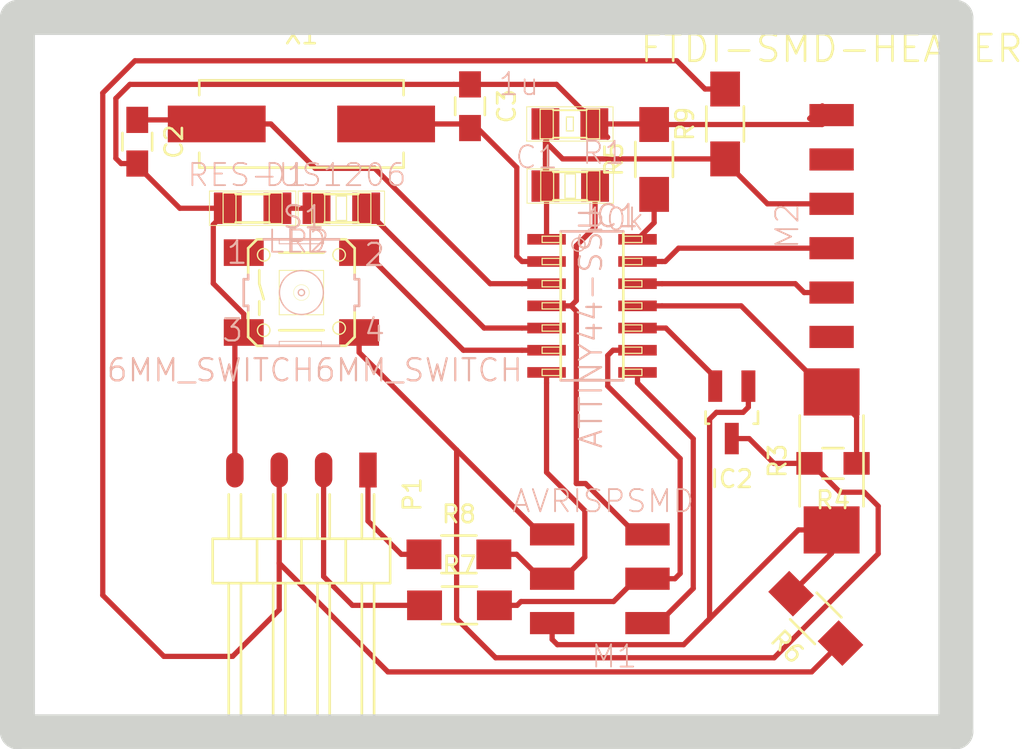
<source format=kicad_pcb>
(kicad_pcb (version 4) (host pcbnew 4.0.0-rc1-stable)

  (general
    (links 48)
    (no_connects 7)
    (area 135.905999 105.933211 194.998286 148.828001)
    (thickness 1.6)
    (drawings 4)
    (tracks 169)
    (zones 0)
    (modules 20)
    (nets 18)
  )

  (page A4)
  (layers
    (0 F.Cu signal)
    (31 B.Cu signal)
    (32 B.Adhes user)
    (33 F.Adhes user)
    (34 B.Paste user)
    (35 F.Paste user)
    (36 B.SilkS user)
    (37 F.SilkS user)
    (38 B.Mask user)
    (39 F.Mask user)
    (40 Dwgs.User user)
    (41 Cmts.User user)
    (42 Eco1.User user)
    (43 Eco2.User user)
    (44 Edge.Cuts user)
    (45 Margin user)
    (46 B.CrtYd user)
    (47 F.CrtYd user)
    (48 B.Fab user)
    (49 F.Fab user)
  )

  (setup
    (last_trace_width 0.3)
    (trace_clearance 0.45)
    (zone_clearance 0.508)
    (zone_45_only no)
    (trace_min 0.3)
    (segment_width 0.2)
    (edge_width 2)
    (via_size 0.6)
    (via_drill 0.4)
    (via_min_size 0.4)
    (via_min_drill 0.3)
    (uvia_size 0.3)
    (uvia_drill 0.1)
    (uvias_allowed no)
    (uvia_min_size 0.2)
    (uvia_min_drill 0.1)
    (pcb_text_width 0.3)
    (pcb_text_size 1.5 1.5)
    (mod_edge_width 0.15)
    (mod_text_size 1 1)
    (mod_text_width 0.15)
    (pad_size 2.54 1.27)
    (pad_drill 0)
    (pad_to_mask_clearance 0.2)
    (aux_axis_origin 0 0)
    (visible_elements 7FFFEFFF)
    (pcbplotparams
      (layerselection 0x00030_80000001)
      (usegerberextensions false)
      (excludeedgelayer true)
      (linewidth 0.100000)
      (plotframeref false)
      (viasonmask false)
      (mode 1)
      (useauxorigin false)
      (hpglpennumber 1)
      (hpglpenspeed 20)
      (hpglpendiameter 15)
      (hpglpenoverlay 2)
      (psnegative false)
      (psa4output false)
      (plotreference true)
      (plotvalue true)
      (plotinvisibletext false)
      (padsonsilk false)
      (subtractmaskfromsilk false)
      (outputformat 1)
      (mirror false)
      (drillshape 1)
      (scaleselection 1)
      (outputdirectory ""))
  )

  (net 0 "")
  (net 1 GND)
  (net 2 VCC)
  (net 3 "Net-(D1-Pad2)")
  (net 4 LED1_out)
  (net 5 BTN1)
  (net 6 MOSI)
  (net 7 MISO)
  (net 8 SCK)
  (net 9 "Net-(IC1-Pad12)")
  (net 10 "Net-(IC1-Pad13)")
  (net 11 "Net-(C2-Pad1)")
  (net 12 "Net-(C3-Pad2)")
  (net 13 Light)
  (net 14 RST)
  (net 15 HALL)
  (net 16 "Net-(M2-Pad2)")
  (net 17 "Net-(M2-Pad6)")

  (net_class Default "This is the default net class."
    (clearance 0.45)
    (trace_width 0.3)
    (via_dia 0.6)
    (via_drill 0.4)
    (uvia_dia 0.3)
    (uvia_drill 0.1)
    (add_net BTN1)
    (add_net GND)
    (add_net HALL)
    (add_net LED1_out)
    (add_net Light)
    (add_net MISO)
    (add_net MOSI)
    (add_net "Net-(C2-Pad1)")
    (add_net "Net-(C3-Pad2)")
    (add_net "Net-(D1-Pad2)")
    (add_net "Net-(IC1-Pad12)")
    (add_net "Net-(IC1-Pad13)")
    (add_net "Net-(M2-Pad2)")
    (add_net "Net-(M2-Pad6)")
    (add_net RST)
    (add_net SCK)
    (add_net VCC)
  )

  (module fab:fab-SOIC14 (layer F.Cu) (tedit 200000) (tstamp 5715EC03)
    (at 169.799 123.444 270)
    (descr "SMALL OUTLINE PACKAGE")
    (tags "SMALL OUTLINE PACKAGE")
    (path /5710A2AD)
    (attr smd)
    (fp_text reference IC1 (at -5.1435 -1.143 360) (layer B.SilkS)
      (effects (font (size 1.27 1.27) (thickness 0.127)))
    )
    (fp_text value ATTINY44-SSU (at 1.27 0.0635 270) (layer B.SilkS)
      (effects (font (size 1.27 1.27) (thickness 0.127)))
    )
    (fp_line (start -3.9878 -1.8415) (end -3.62966 -1.8415) (layer F.SilkS) (width 0.06604))
    (fp_line (start -3.62966 -1.8415) (end -3.62966 -2.8575) (layer F.SilkS) (width 0.06604))
    (fp_line (start -3.9878 -2.8575) (end -3.62966 -2.8575) (layer F.SilkS) (width 0.06604))
    (fp_line (start -3.9878 -1.8415) (end -3.9878 -2.8575) (layer F.SilkS) (width 0.06604))
    (fp_line (start -2.7178 -1.8415) (end -2.3622 -1.8415) (layer F.SilkS) (width 0.06604))
    (fp_line (start -2.3622 -1.8415) (end -2.3622 -2.8575) (layer F.SilkS) (width 0.06604))
    (fp_line (start -2.7178 -2.8575) (end -2.3622 -2.8575) (layer F.SilkS) (width 0.06604))
    (fp_line (start -2.7178 -1.8415) (end -2.7178 -2.8575) (layer F.SilkS) (width 0.06604))
    (fp_line (start -1.4478 -1.8415) (end -1.08966 -1.8415) (layer F.SilkS) (width 0.06604))
    (fp_line (start -1.08966 -1.8415) (end -1.08966 -2.8575) (layer F.SilkS) (width 0.06604))
    (fp_line (start -1.4478 -2.8575) (end -1.08966 -2.8575) (layer F.SilkS) (width 0.06604))
    (fp_line (start -1.4478 -1.8415) (end -1.4478 -2.8575) (layer F.SilkS) (width 0.06604))
    (fp_line (start -0.1778 -1.8415) (end 0.1778 -1.8415) (layer F.SilkS) (width 0.06604))
    (fp_line (start 0.1778 -1.8415) (end 0.1778 -2.8575) (layer F.SilkS) (width 0.06604))
    (fp_line (start -0.1778 -2.8575) (end 0.1778 -2.8575) (layer F.SilkS) (width 0.06604))
    (fp_line (start -0.1778 -1.8415) (end -0.1778 -2.8575) (layer F.SilkS) (width 0.06604))
    (fp_line (start 1.08966 -1.8415) (end 1.4478 -1.8415) (layer F.SilkS) (width 0.06604))
    (fp_line (start 1.4478 -1.8415) (end 1.4478 -2.8575) (layer F.SilkS) (width 0.06604))
    (fp_line (start 1.08966 -2.8575) (end 1.4478 -2.8575) (layer F.SilkS) (width 0.06604))
    (fp_line (start 1.08966 -1.8415) (end 1.08966 -2.8575) (layer F.SilkS) (width 0.06604))
    (fp_line (start 2.3622 -1.8415) (end 2.7178 -1.8415) (layer F.SilkS) (width 0.06604))
    (fp_line (start 2.7178 -1.8415) (end 2.7178 -2.8575) (layer F.SilkS) (width 0.06604))
    (fp_line (start 2.3622 -2.8575) (end 2.7178 -2.8575) (layer F.SilkS) (width 0.06604))
    (fp_line (start 2.3622 -1.8415) (end 2.3622 -2.8575) (layer F.SilkS) (width 0.06604))
    (fp_line (start 3.62966 -1.8415) (end 3.9878 -1.8415) (layer F.SilkS) (width 0.06604))
    (fp_line (start 3.9878 -1.8415) (end 3.9878 -2.8575) (layer F.SilkS) (width 0.06604))
    (fp_line (start 3.62966 -2.8575) (end 3.9878 -2.8575) (layer F.SilkS) (width 0.06604))
    (fp_line (start 3.62966 -1.8415) (end 3.62966 -2.8575) (layer F.SilkS) (width 0.06604))
    (fp_line (start 3.62966 2.8575) (end 3.9878 2.8575) (layer F.SilkS) (width 0.06604))
    (fp_line (start 3.9878 2.8575) (end 3.9878 1.8415) (layer F.SilkS) (width 0.06604))
    (fp_line (start 3.62966 1.8415) (end 3.9878 1.8415) (layer F.SilkS) (width 0.06604))
    (fp_line (start 3.62966 2.8575) (end 3.62966 1.8415) (layer F.SilkS) (width 0.06604))
    (fp_line (start 2.3622 2.8575) (end 2.7178 2.8575) (layer F.SilkS) (width 0.06604))
    (fp_line (start 2.7178 2.8575) (end 2.7178 1.8415) (layer F.SilkS) (width 0.06604))
    (fp_line (start 2.3622 1.8415) (end 2.7178 1.8415) (layer F.SilkS) (width 0.06604))
    (fp_line (start 2.3622 2.8575) (end 2.3622 1.8415) (layer F.SilkS) (width 0.06604))
    (fp_line (start 1.08966 2.8575) (end 1.4478 2.8575) (layer F.SilkS) (width 0.06604))
    (fp_line (start 1.4478 2.8575) (end 1.4478 1.8415) (layer F.SilkS) (width 0.06604))
    (fp_line (start 1.08966 1.8415) (end 1.4478 1.8415) (layer F.SilkS) (width 0.06604))
    (fp_line (start 1.08966 2.8575) (end 1.08966 1.8415) (layer F.SilkS) (width 0.06604))
    (fp_line (start -0.1778 2.8575) (end 0.1778 2.8575) (layer F.SilkS) (width 0.06604))
    (fp_line (start 0.1778 2.8575) (end 0.1778 1.8415) (layer F.SilkS) (width 0.06604))
    (fp_line (start -0.1778 1.8415) (end 0.1778 1.8415) (layer F.SilkS) (width 0.06604))
    (fp_line (start -0.1778 2.8575) (end -0.1778 1.8415) (layer F.SilkS) (width 0.06604))
    (fp_line (start -1.4478 2.8575) (end -1.08966 2.8575) (layer F.SilkS) (width 0.06604))
    (fp_line (start -1.08966 2.8575) (end -1.08966 1.8415) (layer F.SilkS) (width 0.06604))
    (fp_line (start -1.4478 1.8415) (end -1.08966 1.8415) (layer F.SilkS) (width 0.06604))
    (fp_line (start -1.4478 2.8575) (end -1.4478 1.8415) (layer F.SilkS) (width 0.06604))
    (fp_line (start -2.7178 2.8575) (end -2.3622 2.8575) (layer F.SilkS) (width 0.06604))
    (fp_line (start -2.3622 2.8575) (end -2.3622 1.8415) (layer F.SilkS) (width 0.06604))
    (fp_line (start -2.7178 1.8415) (end -2.3622 1.8415) (layer F.SilkS) (width 0.06604))
    (fp_line (start -2.7178 2.8575) (end -2.7178 1.8415) (layer F.SilkS) (width 0.06604))
    (fp_line (start -3.9878 2.8575) (end -3.62966 2.8575) (layer F.SilkS) (width 0.06604))
    (fp_line (start -3.62966 2.8575) (end -3.62966 1.8415) (layer F.SilkS) (width 0.06604))
    (fp_line (start -3.9878 1.8415) (end -3.62966 1.8415) (layer F.SilkS) (width 0.06604))
    (fp_line (start -3.9878 2.8575) (end -3.9878 1.8415) (layer F.SilkS) (width 0.06604))
    (fp_line (start -4.26466 1.7907) (end 4.26466 1.7907) (layer F.SilkS) (width 0.1524))
    (fp_line (start 4.26466 1.7907) (end 4.26466 -1.7907) (layer B.SilkS) (width 0.1524))
    (fp_line (start 4.26466 -1.7907) (end -4.26466 -1.7907) (layer F.SilkS) (width 0.1524))
    (fp_line (start -4.26466 -1.7907) (end -4.26466 1.7907) (layer B.SilkS) (width 0.1524))
    (fp_circle (center -3.5052 0.7747) (end -3.7719 1.0414) (layer B.SilkS) (width 0.0762))
    (pad 1 smd rect (at -3.81 2.6035 270) (size 0.6096 2.20726) (layers F.Cu F.Paste F.Mask)
      (net 2 VCC))
    (pad 2 smd rect (at -2.54 2.6035 270) (size 0.6096 2.20726) (layers F.Cu F.Paste F.Mask)
      (net 12 "Net-(C3-Pad2)"))
    (pad 3 smd rect (at -1.27 2.6035 270) (size 0.6096 2.20726) (layers F.Cu F.Paste F.Mask)
      (net 11 "Net-(C2-Pad1)"))
    (pad 4 smd rect (at 0 2.6035 270) (size 0.6096 2.20726) (layers F.Cu F.Paste F.Mask)
      (net 14 RST))
    (pad 5 smd rect (at 1.27 2.6035 270) (size 0.6096 2.20726) (layers F.Cu F.Paste F.Mask)
      (net 4 LED1_out))
    (pad 6 smd rect (at 2.54 2.6035 270) (size 0.6096 2.20726) (layers F.Cu F.Paste F.Mask)
      (net 5 BTN1))
    (pad 7 smd rect (at 3.81 2.6035 270) (size 0.6096 2.20726) (layers F.Cu F.Paste F.Mask)
      (net 6 MOSI))
    (pad 8 smd rect (at 3.81 -2.6035 270) (size 0.6096 2.20726) (layers F.Cu F.Paste F.Mask)
      (net 7 MISO))
    (pad 9 smd rect (at 2.54 -2.6035 270) (size 0.6096 2.20726) (layers F.Cu F.Paste F.Mask)
      (net 8 SCK))
    (pad 10 smd rect (at 1.27 -2.6035 270) (size 0.6096 2.20726) (layers F.Cu F.Paste F.Mask)
      (net 15 HALL))
    (pad 11 smd rect (at 0 -2.6035 270) (size 0.6096 2.20726) (layers F.Cu F.Paste F.Mask)
      (net 13 Light))
    (pad 12 smd rect (at -1.27 -2.6035 270) (size 0.6096 2.20726) (layers F.Cu F.Paste F.Mask)
      (net 9 "Net-(IC1-Pad12)"))
    (pad 13 smd rect (at -2.54 -2.6035 270) (size 0.6096 2.20726) (layers F.Cu F.Paste F.Mask)
      (net 10 "Net-(IC1-Pad13)"))
    (pad 14 smd rect (at -3.81 -2.6035 270) (size 0.6096 2.20726) (layers F.Cu F.Paste F.Mask)
      (net 1 GND))
  )

  (module fab:fab-2X03SMD (layer F.Cu) (tedit 200000) (tstamp 5715EC0D)
    (at 170.434 139.065 180)
    (path /5710A2AE)
    (attr smd)
    (fp_text reference M1 (at -0.635 -4.445 180) (layer B.SilkS)
      (effects (font (size 1.27 1.27) (thickness 0.1016)))
    )
    (fp_text value AVRISPSMD (at 0 4.445 180) (layer B.SilkS)
      (effects (font (size 1.27 1.27) (thickness 0.1016)))
    )
    (pad 1 smd rect (at -2.54 -2.54 180) (size 2.54 1.27) (layers F.Cu F.Paste F.Mask)
      (net 7 MISO))
    (pad 2 smd rect (at 2.91846 -2.54 180) (size 2.54 1.27) (layers F.Cu F.Paste F.Mask)
      (net 2 VCC))
    (pad 3 smd rect (at -2.54 0 180) (size 2.54 1.27) (layers F.Cu F.Paste F.Mask)
      (net 8 SCK))
    (pad 4 smd rect (at 2.91846 0 180) (size 2.54 1.27) (layers F.Cu F.Paste F.Mask)
      (net 6 MOSI))
    (pad 5 smd rect (at -2.54 2.54 180) (size 2.54 1.27) (layers F.Cu F.Paste F.Mask)
      (net 14 RST))
    (pad 6 smd rect (at 2.91846 2.54 180) (size 2.54 1.27) (layers F.Cu F.Paste F.Mask)
      (net 1 GND))
  )

  (module fab:fab-C1206 (layer F.Cu) (tedit 200000) (tstamp 5715EBA0)
    (at 168.53154 113.03 180)
    (descr CAPACITOR)
    (tags CAPACITOR)
    (path /5710A2B0)
    (attr smd)
    (fp_text reference C1 (at 1.905 -1.905 180) (layer B.SilkS)
      (effects (font (size 1.27 1.27) (thickness 0.1016)))
    )
    (fp_text value 1u (at 2.92354 2.286 180) (layer B.SilkS)
      (effects (font (size 1.27 1.27) (thickness 0.1016)))
    )
    (fp_line (start -1.7018 0.8509) (end -0.94996 0.8509) (layer F.SilkS) (width 0.06604))
    (fp_line (start -0.94996 0.8509) (end -0.94996 -0.84836) (layer F.SilkS) (width 0.06604))
    (fp_line (start -1.7018 -0.84836) (end -0.94996 -0.84836) (layer F.SilkS) (width 0.06604))
    (fp_line (start -1.7018 0.8509) (end -1.7018 -0.84836) (layer F.SilkS) (width 0.06604))
    (fp_line (start 0.94996 0.84836) (end 1.7018 0.84836) (layer F.SilkS) (width 0.06604))
    (fp_line (start 1.7018 0.84836) (end 1.7018 -0.8509) (layer F.SilkS) (width 0.06604))
    (fp_line (start 0.94996 -0.8509) (end 1.7018 -0.8509) (layer F.SilkS) (width 0.06604))
    (fp_line (start 0.94996 0.84836) (end 0.94996 -0.8509) (layer F.SilkS) (width 0.06604))
    (fp_line (start -0.19812 0.39878) (end 0.19812 0.39878) (layer F.SilkS) (width 0.06604))
    (fp_line (start 0.19812 0.39878) (end 0.19812 -0.39878) (layer F.SilkS) (width 0.06604))
    (fp_line (start -0.19812 -0.39878) (end 0.19812 -0.39878) (layer F.SilkS) (width 0.06604))
    (fp_line (start -0.19812 0.39878) (end -0.19812 -0.39878) (layer F.SilkS) (width 0.06604))
    (fp_line (start -2.47142 -0.98298) (end 2.47142 -0.98298) (layer F.SilkS) (width 0.0508))
    (fp_line (start 2.47142 0.98298) (end -2.47142 0.98298) (layer F.SilkS) (width 0.0508))
    (fp_line (start -2.47142 0.98298) (end -2.47142 -0.98298) (layer F.SilkS) (width 0.0508))
    (fp_line (start 2.47142 -0.98298) (end 2.47142 0.98298) (layer F.SilkS) (width 0.0508))
    (fp_line (start -0.96266 -0.78486) (end 0.96266 -0.78486) (layer F.SilkS) (width 0.1016))
    (fp_line (start -0.96266 0.78486) (end 0.96266 0.78486) (layer F.SilkS) (width 0.1016))
    (pad 1 smd rect (at -1.39954 0 180) (size 1.59766 1.79832) (layers F.Cu F.Paste F.Mask)
      (net 1 GND))
    (pad 2 smd rect (at 1.39954 0 180) (size 1.59766 1.79832) (layers F.Cu F.Paste F.Mask)
      (net 2 VCC))
  )

  (module fab:fab-LED1206 (layer F.Cu) (tedit 200000) (tstamp 5715EBB4)
    (at 150.368 117.856)
    (descr "LED 1206 PADS (STANDARD PATTERN)")
    (tags "LED 1206 PADS (STANDARD PATTERN)")
    (path /5710A2B3)
    (attr smd)
    (fp_text reference D1 (at 1.905 -1.905) (layer B.SilkS)
      (effects (font (size 1.27 1.27) (thickness 0.1016)))
    )
    (fp_text value LED (at 2.54 1.905) (layer B.SilkS)
      (effects (font (size 1.27 1.27) (thickness 0.1016)))
    )
    (fp_line (start -1.6891 0.8763) (end -0.9525 0.8763) (layer F.SilkS) (width 0.06604))
    (fp_line (start -0.9525 0.8763) (end -0.9525 -0.8763) (layer F.SilkS) (width 0.06604))
    (fp_line (start -1.6891 -0.8763) (end -0.9525 -0.8763) (layer F.SilkS) (width 0.06604))
    (fp_line (start -1.6891 0.8763) (end -1.6891 -0.8763) (layer F.SilkS) (width 0.06604))
    (fp_line (start 0.9525 0.8763) (end 1.6891 0.8763) (layer F.SilkS) (width 0.06604))
    (fp_line (start 1.6891 0.8763) (end 1.6891 -0.8763) (layer F.SilkS) (width 0.06604))
    (fp_line (start 0.9525 -0.8763) (end 1.6891 -0.8763) (layer F.SilkS) (width 0.06604))
    (fp_line (start 0.9525 0.8763) (end 0.9525 -0.8763) (layer F.SilkS) (width 0.06604))
    (fp_line (start 0.9525 0.8128) (end -0.9652 0.8128) (layer F.SilkS) (width 0.1524))
    (fp_line (start 0.9525 -0.8128) (end -0.9652 -0.8128) (layer F.SilkS) (width 0.1524))
    (fp_line (start -2.47142 -0.98298) (end 2.47142 -0.98298) (layer F.SilkS) (width 0.0508))
    (fp_line (start 2.47142 -0.98298) (end 2.47142 0.98298) (layer F.SilkS) (width 0.0508))
    (fp_line (start 2.47142 0.98298) (end -2.47142 0.98298) (layer F.SilkS) (width 0.0508))
    (fp_line (start -2.47142 0.98298) (end -2.47142 -0.98298) (layer F.SilkS) (width 0.0508))
    (pad 1 smd rect (at -1.41986 0) (size 1.59766 1.80086) (layers F.Cu F.Paste F.Mask)
      (net 1 GND))
    (pad 2 smd rect (at 1.41986 0) (size 1.59766 1.80086) (layers F.Cu F.Paste F.Mask)
      (net 3 "Net-(D1-Pad2)"))
  )

  (module fab:fab-R1206 (layer F.Cu) (tedit 200000) (tstamp 5715EC36)
    (at 168.55186 116.586)
    (descr RESISTOR)
    (tags RESISTOR)
    (path /5710A2B1)
    (attr smd)
    (fp_text reference R1 (at 1.905 -1.905) (layer B.SilkS)
      (effects (font (size 1.27 1.27) (thickness 0.1016)))
    )
    (fp_text value 10k (at 2.54 1.905) (layer B.SilkS)
      (effects (font (size 1.27 1.27) (thickness 0.1016)))
    )
    (fp_line (start -1.6891 0.8763) (end -0.9525 0.8763) (layer F.SilkS) (width 0.06604))
    (fp_line (start -0.9525 0.8763) (end -0.9525 -0.8763) (layer F.SilkS) (width 0.06604))
    (fp_line (start -1.6891 -0.8763) (end -0.9525 -0.8763) (layer F.SilkS) (width 0.06604))
    (fp_line (start -1.6891 0.8763) (end -1.6891 -0.8763) (layer F.SilkS) (width 0.06604))
    (fp_line (start 0.9525 0.8763) (end 1.6891 0.8763) (layer F.SilkS) (width 0.06604))
    (fp_line (start 1.6891 0.8763) (end 1.6891 -0.8763) (layer F.SilkS) (width 0.06604))
    (fp_line (start 0.9525 -0.8763) (end 1.6891 -0.8763) (layer F.SilkS) (width 0.06604))
    (fp_line (start 0.9525 0.8763) (end 0.9525 -0.8763) (layer F.SilkS) (width 0.06604))
    (fp_line (start -0.29972 0.6985) (end 0.29972 0.6985) (layer F.SilkS) (width 0.06604))
    (fp_line (start 0.29972 0.6985) (end 0.29972 -0.6985) (layer F.SilkS) (width 0.06604))
    (fp_line (start -0.29972 -0.6985) (end 0.29972 -0.6985) (layer F.SilkS) (width 0.06604))
    (fp_line (start -0.29972 0.6985) (end -0.29972 -0.6985) (layer F.SilkS) (width 0.06604))
    (fp_line (start 0.9525 0.8128) (end -0.9652 0.8128) (layer F.SilkS) (width 0.1524))
    (fp_line (start 0.9525 -0.8128) (end -0.9652 -0.8128) (layer F.SilkS) (width 0.1524))
    (fp_line (start -2.47142 -0.98298) (end 2.47142 -0.98298) (layer F.SilkS) (width 0.0508))
    (fp_line (start 2.47142 -0.98298) (end 2.47142 0.98298) (layer F.SilkS) (width 0.0508))
    (fp_line (start 2.47142 0.98298) (end -2.47142 0.98298) (layer F.SilkS) (width 0.0508))
    (fp_line (start -2.47142 0.98298) (end -2.47142 -0.98298) (layer F.SilkS) (width 0.0508))
    (pad 1 smd rect (at -1.41986 0) (size 1.59766 1.80086) (layers F.Cu F.Paste F.Mask)
      (net 2 VCC))
    (pad 2 smd rect (at 1.41986 0) (size 1.59766 1.80086) (layers F.Cu F.Paste F.Mask)
      (net 14 RST))
  )

  (module fab:fab-R1206 (layer F.Cu) (tedit 200000) (tstamp 5715EC4E)
    (at 155.448 117.856 180)
    (descr RESISTOR)
    (tags RESISTOR)
    (path /5710A2B4)
    (attr smd)
    (fp_text reference R2 (at 1.905 -1.905 180) (layer B.SilkS)
      (effects (font (size 1.27 1.27) (thickness 0.1016)))
    )
    (fp_text value RES-US1206 (at 2.54 1.905 180) (layer B.SilkS)
      (effects (font (size 1.27 1.27) (thickness 0.1016)))
    )
    (fp_line (start -1.6891 0.8763) (end -0.9525 0.8763) (layer F.SilkS) (width 0.06604))
    (fp_line (start -0.9525 0.8763) (end -0.9525 -0.8763) (layer F.SilkS) (width 0.06604))
    (fp_line (start -1.6891 -0.8763) (end -0.9525 -0.8763) (layer F.SilkS) (width 0.06604))
    (fp_line (start -1.6891 0.8763) (end -1.6891 -0.8763) (layer F.SilkS) (width 0.06604))
    (fp_line (start 0.9525 0.8763) (end 1.6891 0.8763) (layer F.SilkS) (width 0.06604))
    (fp_line (start 1.6891 0.8763) (end 1.6891 -0.8763) (layer F.SilkS) (width 0.06604))
    (fp_line (start 0.9525 -0.8763) (end 1.6891 -0.8763) (layer F.SilkS) (width 0.06604))
    (fp_line (start 0.9525 0.8763) (end 0.9525 -0.8763) (layer F.SilkS) (width 0.06604))
    (fp_line (start -0.29972 0.6985) (end 0.29972 0.6985) (layer F.SilkS) (width 0.06604))
    (fp_line (start 0.29972 0.6985) (end 0.29972 -0.6985) (layer F.SilkS) (width 0.06604))
    (fp_line (start -0.29972 -0.6985) (end 0.29972 -0.6985) (layer F.SilkS) (width 0.06604))
    (fp_line (start -0.29972 0.6985) (end -0.29972 -0.6985) (layer F.SilkS) (width 0.06604))
    (fp_line (start 0.9525 0.8128) (end -0.9652 0.8128) (layer F.SilkS) (width 0.1524))
    (fp_line (start 0.9525 -0.8128) (end -0.9652 -0.8128) (layer F.SilkS) (width 0.1524))
    (fp_line (start -2.47142 -0.98298) (end 2.47142 -0.98298) (layer F.SilkS) (width 0.0508))
    (fp_line (start 2.47142 -0.98298) (end 2.47142 0.98298) (layer F.SilkS) (width 0.0508))
    (fp_line (start 2.47142 0.98298) (end -2.47142 0.98298) (layer F.SilkS) (width 0.0508))
    (fp_line (start -2.47142 0.98298) (end -2.47142 -0.98298) (layer F.SilkS) (width 0.0508))
    (pad 1 smd rect (at -1.41986 0 180) (size 1.59766 1.80086) (layers F.Cu F.Paste F.Mask)
      (net 4 LED1_out))
    (pad 2 smd rect (at 1.41986 0 180) (size 1.59766 1.80086) (layers F.Cu F.Paste F.Mask)
      (net 3 "Net-(D1-Pad2)"))
  )

  (module fab:fab-6MM_SWITCH (layer F.Cu) (tedit 200000) (tstamp 5715EC8C)
    (at 153.162 122.682)
    (descr "OMRON SWITCH")
    (tags "OMRON SWITCH")
    (path /5710A2B5)
    (attr smd)
    (fp_text reference S1 (at 0.127 -4.318) (layer B.SilkS)
      (effects (font (size 1.27 1.27) (thickness 0.127)))
    )
    (fp_text value 6MM_SWITCH6MM_SWITCH (at 0.762 4.445) (layer B.SilkS)
      (effects (font (size 1.27 1.27) (thickness 0.127)))
    )
    (fp_line (start 3.302 0.762) (end 3.048 0.762) (layer B.SilkS) (width 0.1524))
    (fp_line (start 3.302 0.762) (end 3.302 -0.762) (layer B.SilkS) (width 0.1524))
    (fp_line (start 3.048 -0.762) (end 3.302 -0.762) (layer B.SilkS) (width 0.1524))
    (fp_line (start 3.048 -1.016) (end 3.048 -2.54) (layer F.SilkS) (width 0.1524))
    (fp_line (start -3.302 -0.762) (end -3.048 -0.762) (layer B.SilkS) (width 0.1524))
    (fp_line (start -3.302 -0.762) (end -3.302 0.762) (layer B.SilkS) (width 0.1524))
    (fp_line (start -3.048 0.762) (end -3.302 0.762) (layer B.SilkS) (width 0.1524))
    (fp_line (start 3.048 -2.54) (end 2.54 -3.048) (layer F.SilkS) (width 0.1524))
    (fp_line (start 2.54 3.048) (end 3.048 2.54) (layer F.SilkS) (width 0.1524))
    (fp_line (start 3.048 2.54) (end 3.048 1.016) (layer F.SilkS) (width 0.1524))
    (fp_line (start -2.54 -3.048) (end -3.048 -2.54) (layer F.SilkS) (width 0.1524))
    (fp_line (start -3.048 -2.54) (end -3.048 -1.016) (layer F.SilkS) (width 0.1524))
    (fp_line (start -2.54 3.048) (end -3.048 2.54) (layer F.SilkS) (width 0.1524))
    (fp_line (start -3.048 2.54) (end -3.048 1.016) (layer F.SilkS) (width 0.1524))
    (fp_line (start -1.27 -1.27) (end -1.27 1.27) (layer F.SilkS) (width 0.0508))
    (fp_line (start 1.27 1.27) (end -1.27 1.27) (layer F.SilkS) (width 0.0508))
    (fp_line (start 1.27 1.27) (end 1.27 -1.27) (layer F.SilkS) (width 0.0508))
    (fp_line (start -1.27 -1.27) (end 1.27 -1.27) (layer F.SilkS) (width 0.0508))
    (fp_line (start -1.27 -3.048) (end -1.27 -2.794) (layer B.SilkS) (width 0.0508))
    (fp_line (start 1.27 -2.794) (end -1.27 -2.794) (layer B.SilkS) (width 0.0508))
    (fp_line (start 1.27 -2.794) (end 1.27 -3.048) (layer B.SilkS) (width 0.0508))
    (fp_line (start 1.143 2.794) (end -1.27 2.794) (layer B.SilkS) (width 0.0508))
    (fp_line (start 1.143 2.794) (end 1.143 3.048) (layer B.SilkS) (width 0.0508))
    (fp_line (start -1.27 2.794) (end -1.27 3.048) (layer B.SilkS) (width 0.0508))
    (fp_line (start 2.54 3.048) (end 2.159 3.048) (layer F.SilkS) (width 0.1524))
    (fp_line (start -2.54 3.048) (end -2.159 3.048) (layer F.SilkS) (width 0.1524))
    (fp_line (start -2.159 3.048) (end -1.27 3.048) (layer B.SilkS) (width 0.1524))
    (fp_line (start -2.54 -3.048) (end -2.159 -3.048) (layer F.SilkS) (width 0.1524))
    (fp_line (start 2.54 -3.048) (end 2.159 -3.048) (layer F.SilkS) (width 0.1524))
    (fp_line (start 2.159 -3.048) (end 1.27 -3.048) (layer B.SilkS) (width 0.1524))
    (fp_line (start 1.27 -3.048) (end -1.27 -3.048) (layer B.SilkS) (width 0.1524))
    (fp_line (start -1.27 -3.048) (end -2.159 -3.048) (layer B.SilkS) (width 0.1524))
    (fp_line (start -1.27 3.048) (end 1.143 3.048) (layer B.SilkS) (width 0.1524))
    (fp_line (start 1.143 3.048) (end 2.159 3.048) (layer B.SilkS) (width 0.1524))
    (fp_line (start 3.048 0.762) (end 3.048 1.016) (layer B.SilkS) (width 0.1524))
    (fp_line (start 3.048 -0.762) (end 3.048 -1.016) (layer B.SilkS) (width 0.1524))
    (fp_line (start -3.048 0.762) (end -3.048 1.016) (layer B.SilkS) (width 0.1524))
    (fp_line (start -3.048 -0.762) (end -3.048 -1.016) (layer B.SilkS) (width 0.1524))
    (fp_line (start -1.27 2.159) (end 1.27 2.159) (layer F.SilkS) (width 0.1524))
    (fp_line (start 1.27 -2.286) (end -1.27 -2.286) (layer F.SilkS) (width 0.1524))
    (fp_line (start -2.413 -1.27) (end -2.413 -0.508) (layer F.SilkS) (width 0.1524))
    (fp_line (start -2.413 0.508) (end -2.413 1.27) (layer F.SilkS) (width 0.1524))
    (fp_line (start -2.413 -0.508) (end -2.159 0.381) (layer F.SilkS) (width 0.1524))
    (fp_circle (center 0 0) (end -0.889 0.889) (layer B.SilkS) (width 0.0762))
    (fp_circle (center -2.159 2.159) (end -2.413 2.413) (layer F.SilkS) (width 0.0762))
    (fp_circle (center 2.159 2.032) (end 2.413 2.286) (layer F.SilkS) (width 0.0762))
    (fp_circle (center 2.159 -2.159) (end 2.413 -2.413) (layer F.SilkS) (width 0.0762))
    (fp_circle (center -2.159 -2.159) (end -2.413 -2.413) (layer F.SilkS) (width 0.0762))
    (fp_circle (center 0 0) (end -0.3175 0.3175) (layer F.SilkS) (width 0.0254))
    (fp_circle (center 0 0) (end -0.127 0.127) (layer B.SilkS) (width 0.0762))
    (fp_text user 1 (at -3.683 -2.286) (layer B.SilkS)
      (effects (font (size 1.27 1.27) (thickness 0.127)))
    )
    (fp_text user 2 (at 4.191 -2.159) (layer B.SilkS)
      (effects (font (size 1.27 1.27) (thickness 0.127)))
    )
    (fp_text user 3 (at -3.937 2.159) (layer B.SilkS)
      (effects (font (size 1.27 1.27) (thickness 0.127)))
    )
    (fp_text user 4 (at 4.191 2.159) (layer B.SilkS)
      (effects (font (size 1.27 1.27) (thickness 0.127)))
    )
    (pad 1 smd rect (at -3.302 -2.286) (size 2.286 1.524) (layers F.Cu F.Paste F.Mask)
      (net 5 BTN1))
    (pad 2 smd rect (at 3.302 -2.286) (size 2.286 1.524) (layers F.Cu F.Paste F.Mask)
      (net 5 BTN1))
    (pad 3 smd rect (at -3.302 2.286) (size 2.286 1.524) (layers F.Cu F.Paste F.Mask)
      (net 1 GND))
    (pad 4 smd rect (at 3.302 2.286) (size 2.286 1.524) (layers F.Cu F.Paste F.Mask)
      (net 1 GND))
  )

  (module Capacitors_SMD:C_0805_HandSoldering (layer F.Cu) (tedit 541A9B8D) (tstamp 571695A7)
    (at 143.764 114.046 270)
    (descr "Capacitor SMD 0805, hand soldering")
    (tags "capacitor 0805")
    (path /57168C46)
    (attr smd)
    (fp_text reference C2 (at 0 -2.1 270) (layer F.SilkS)
      (effects (font (size 1 1) (thickness 0.15)))
    )
    (fp_text value C (at 0 2.1 270) (layer F.Fab)
      (effects (font (size 1 1) (thickness 0.15)))
    )
    (fp_line (start -2.3 -1) (end 2.3 -1) (layer F.CrtYd) (width 0.05))
    (fp_line (start -2.3 1) (end 2.3 1) (layer F.CrtYd) (width 0.05))
    (fp_line (start -2.3 -1) (end -2.3 1) (layer F.CrtYd) (width 0.05))
    (fp_line (start 2.3 -1) (end 2.3 1) (layer F.CrtYd) (width 0.05))
    (fp_line (start 0.5 -0.85) (end -0.5 -0.85) (layer F.SilkS) (width 0.15))
    (fp_line (start -0.5 0.85) (end 0.5 0.85) (layer F.SilkS) (width 0.15))
    (pad 1 smd rect (at -1.25 0 270) (size 1.5 1.25) (layers F.Cu F.Paste F.Mask)
      (net 11 "Net-(C2-Pad1)"))
    (pad 2 smd rect (at 1.25 0 270) (size 1.5 1.25) (layers F.Cu F.Paste F.Mask)
      (net 1 GND))
    (model Capacitors_SMD.3dshapes/C_0805_HandSoldering.wrl
      (at (xyz 0 0 0))
      (scale (xyz 1 1 1))
      (rotate (xyz 0 0 0))
    )
  )

  (module Capacitors_SMD:C_0805_HandSoldering (layer F.Cu) (tedit 541A9B8D) (tstamp 571695B3)
    (at 162.814 112.014 270)
    (descr "Capacitor SMD 0805, hand soldering")
    (tags "capacitor 0805")
    (path /57168C92)
    (attr smd)
    (fp_text reference C3 (at 0 -2.1 270) (layer F.SilkS)
      (effects (font (size 1 1) (thickness 0.15)))
    )
    (fp_text value C (at 0 2.1 270) (layer F.Fab)
      (effects (font (size 1 1) (thickness 0.15)))
    )
    (fp_line (start -2.3 -1) (end 2.3 -1) (layer F.CrtYd) (width 0.05))
    (fp_line (start -2.3 1) (end 2.3 1) (layer F.CrtYd) (width 0.05))
    (fp_line (start -2.3 -1) (end -2.3 1) (layer F.CrtYd) (width 0.05))
    (fp_line (start 2.3 -1) (end 2.3 1) (layer F.CrtYd) (width 0.05))
    (fp_line (start 0.5 -0.85) (end -0.5 -0.85) (layer F.SilkS) (width 0.15))
    (fp_line (start -0.5 0.85) (end 0.5 0.85) (layer F.SilkS) (width 0.15))
    (pad 1 smd rect (at -1.25 0 270) (size 1.5 1.25) (layers F.Cu F.Paste F.Mask)
      (net 1 GND))
    (pad 2 smd rect (at 1.25 0 270) (size 1.5 1.25) (layers F.Cu F.Paste F.Mask)
      (net 12 "Net-(C3-Pad2)"))
    (model Capacitors_SMD.3dshapes/C_0805_HandSoldering.wrl
      (at (xyz 0 0 0))
      (scale (xyz 1 1 1))
      (rotate (xyz 0 0 0))
    )
  )

  (module Resistors_SMD:R_2512_HandSoldering (layer F.Cu) (tedit 5418A1CA) (tstamp 571695BF)
    (at 183.515 132.321 90)
    (descr "Resistor SMD 2512, hand soldering")
    (tags "resistor 2512")
    (path /57169310)
    (attr smd)
    (fp_text reference R3 (at 0 -3.1 90) (layer F.SilkS)
      (effects (font (size 1 1) (thickness 0.15)))
    )
    (fp_text value Photores (at 0 3.1 90) (layer F.Fab)
      (effects (font (size 1 1) (thickness 0.15)))
    )
    (fp_line (start -5.6 -1.95) (end 5.6 -1.95) (layer F.CrtYd) (width 0.05))
    (fp_line (start -5.6 1.95) (end 5.6 1.95) (layer F.CrtYd) (width 0.05))
    (fp_line (start -5.6 -1.95) (end -5.6 1.95) (layer F.CrtYd) (width 0.05))
    (fp_line (start 5.6 -1.95) (end 5.6 1.95) (layer F.CrtYd) (width 0.05))
    (fp_line (start 2.6 1.825) (end -2.6 1.825) (layer F.SilkS) (width 0.15))
    (fp_line (start -2.6 -1.825) (end 2.6 -1.825) (layer F.SilkS) (width 0.15))
    (pad 1 smd rect (at -3.95 0 90) (size 2.7 3.2) (layers F.Cu F.Paste F.Mask)
      (net 2 VCC))
    (pad 2 smd rect (at 3.95 0 90) (size 2.7 3.2) (layers F.Cu F.Paste F.Mask)
      (net 13 Light))
    (model Resistors_SMD.3dshapes/R_2512_HandSoldering.wrl
      (at (xyz 0 0 0))
      (scale (xyz 1 1 1))
      (rotate (xyz 0 0 0))
    )
  )

  (module Resistors_SMD:R_0805_HandSoldering (layer F.Cu) (tedit 54189DEE) (tstamp 571695CB)
    (at 183.595 132.461 180)
    (descr "Resistor SMD 0805, hand soldering")
    (tags "resistor 0805")
    (path /57168E7E)
    (attr smd)
    (fp_text reference R4 (at 0 -2.1 180) (layer F.SilkS)
      (effects (font (size 1 1) (thickness 0.15)))
    )
    (fp_text value 10k (at 0 2.1 180) (layer F.Fab)
      (effects (font (size 1 1) (thickness 0.15)))
    )
    (fp_line (start -2.4 -1) (end 2.4 -1) (layer F.CrtYd) (width 0.05))
    (fp_line (start -2.4 1) (end 2.4 1) (layer F.CrtYd) (width 0.05))
    (fp_line (start -2.4 -1) (end -2.4 1) (layer F.CrtYd) (width 0.05))
    (fp_line (start 2.4 -1) (end 2.4 1) (layer F.CrtYd) (width 0.05))
    (fp_line (start 0.6 0.875) (end -0.6 0.875) (layer F.SilkS) (width 0.15))
    (fp_line (start -0.6 -0.875) (end 0.6 -0.875) (layer F.SilkS) (width 0.15))
    (pad 1 smd rect (at -1.35 0 180) (size 1.5 1.3) (layers F.Cu F.Paste F.Mask)
      (net 13 Light))
    (pad 2 smd rect (at 1.35 0 180) (size 1.5 1.3) (layers F.Cu F.Paste F.Mask)
      (net 1 GND))
    (model Resistors_SMD.3dshapes/R_0805_HandSoldering.wrl
      (at (xyz 0 0 0))
      (scale (xyz 1 1 1))
      (rotate (xyz 0 0 0))
    )
  )

  (module Crystals:Crystal_HC49-SD_SMD (layer F.Cu) (tedit 0) (tstamp 571695DA)
    (at 153.162 113.03)
    (descr "Crystal Quarz HC49-SD SMD")
    (tags "Crystal Quarz HC49-SD SMD")
    (path /57168BFA)
    (attr smd)
    (fp_text reference X1 (at 0 -5.08) (layer F.SilkS)
      (effects (font (size 1 1) (thickness 0.15)))
    )
    (fp_text value CRYSTAL_SMD (at 2.54 5.08) (layer F.Fab)
      (effects (font (size 1 1) (thickness 0.15)))
    )
    (fp_circle (center 0 0) (end 0.8509 0) (layer F.Adhes) (width 0.381))
    (fp_circle (center 0 0) (end 0.50038 0) (layer F.Adhes) (width 0.381))
    (fp_circle (center 0 0) (end 0.14986 0.0508) (layer F.Adhes) (width 0.381))
    (fp_line (start -5.84962 2.49936) (end 5.84962 2.49936) (layer F.SilkS) (width 0.15))
    (fp_line (start 5.84962 -2.49936) (end -5.84962 -2.49936) (layer F.SilkS) (width 0.15))
    (fp_line (start 5.84962 2.49936) (end 5.84962 1.651) (layer F.SilkS) (width 0.15))
    (fp_line (start 5.84962 -2.49936) (end 5.84962 -1.651) (layer F.SilkS) (width 0.15))
    (fp_line (start -5.84962 2.49936) (end -5.84962 1.651) (layer F.SilkS) (width 0.15))
    (fp_line (start -5.84962 -2.49936) (end -5.84962 -1.651) (layer F.SilkS) (width 0.15))
    (pad 1 smd rect (at -4.84886 0) (size 5.6007 2.10058) (layers F.Cu F.Paste F.Mask)
      (net 11 "Net-(C2-Pad1)"))
    (pad 2 smd rect (at 4.84886 0) (size 5.6007 2.10058) (layers F.Cu F.Paste F.Mask)
      (net 12 "Net-(C3-Pad2)"))
  )

  (module fab:fab-1X06SMD (layer F.Cu) (tedit 571CFBE7) (tstamp 571696ED)
    (at 183.515 118.872)
    (path /5710A2AF)
    (attr smd)
    (fp_text reference M2 (at -2.54 0 90) (layer B.SilkS)
      (effects (font (size 1.27 1.27) (thickness 0.1016)))
    )
    (fp_text value FTDI-SMD-HEADER (at 0 -10.16) (layer F.SilkS)
      (effects (font (thickness 0.15)))
    )
    (pad 1 smd rect (at 0 -6.35) (size 2.54 1.27) (layers F.Cu F.Paste F.Mask)
      (net 1 GND))
    (pad 2 smd rect (at 0 -3.81) (size 2.54 1.27) (layers F.Cu F.Paste F.Mask)
      (net 16 "Net-(M2-Pad2)"))
    (pad 3 smd rect (at 0 -1.27) (size 2.54 1.27) (layers F.Cu F.Paste F.Mask)
      (net 2 VCC))
    (pad 4 smd rect (at 0 1.27) (size 2.54 1.27) (layers F.Cu F.Paste F.Mask)
      (net 10 "Net-(IC1-Pad13)"))
    (pad 5 smd rect (at 0 3.81) (size 2.54 1.27) (layers F.Cu F.Paste F.Mask)
      (net 9 "Net-(IC1-Pad12)"))
    (pad 6 smd rect (at 0 6.35) (size 2.54 1.27) (layers F.Cu F.Paste F.Mask)
      (net 17 "Net-(M2-Pad6)"))
  )

  (module fablab-inventory:Pin_Header_Angled_SMD_1X04 (layer F.Cu) (tedit 56DAB1D1) (tstamp 571D253D)
    (at 153.162 138.047 180)
    (path /571D2071)
    (fp_text reference P1 (at -6.35 3.81 270) (layer F.SilkS)
      (effects (font (size 1 1) (thickness 0.15)))
    )
    (fp_text value Header_angled_SMT_1X04 (at 0 7.62 180) (layer F.Fab)
      (effects (font (size 1 1) (thickness 0.15)))
    )
    (fp_line (start 5.08 -1.27) (end 2.54 -1.27) (layer F.SilkS) (width 0.15))
    (fp_line (start 5.08 1.27) (end 5.08 -1.27) (layer F.SilkS) (width 0.15))
    (fp_line (start 2.54 1.27) (end 5.08 1.27) (layer F.SilkS) (width 0.15))
    (fp_line (start 2.54 -1.27) (end 0 -1.27) (layer F.SilkS) (width 0.15))
    (fp_line (start -0.92 1.27) (end -0.92 3.81) (layer F.SilkS) (width 0.15))
    (fp_line (start -1.62 1.27) (end -1.62 3.81) (layer F.SilkS) (width 0.15))
    (fp_line (start -1.62 -9.35) (end -1.62 -1.27) (layer F.SilkS) (width 0.15))
    (fp_line (start -0.92 -9.35) (end -1.62 -9.35) (layer F.SilkS) (width 0.15))
    (fp_line (start -0.92 -1.27) (end -0.92 -9.35) (layer F.SilkS) (width 0.15))
    (fp_line (start -3.46 1.27) (end -3.46 3.81) (layer F.SilkS) (width 0.15))
    (fp_line (start -4.16 1.27) (end -4.16 3.81) (layer F.SilkS) (width 0.15))
    (fp_line (start -4.16 -9.35) (end -4.16 -1.27) (layer F.SilkS) (width 0.15))
    (fp_line (start -4.16 -9.35) (end -3.46 -9.35) (layer F.SilkS) (width 0.15))
    (fp_line (start -3.46 -1.27) (end -3.46 -9.35) (layer F.SilkS) (width 0.15))
    (fp_line (start 0 -1.27) (end -2.54 -1.27) (layer F.SilkS) (width 0.15))
    (fp_line (start 0 1.27) (end 0 -1.27) (layer F.SilkS) (width 0.15))
    (fp_line (start -2.54 1.27) (end 0 1.27) (layer F.SilkS) (width 0.15))
    (fp_line (start -5.08 -1.27) (end -5.08 1.27) (layer F.SilkS) (width 0.15))
    (fp_line (start -2.54 -1.27) (end -5.08 -1.27) (layer F.SilkS) (width 0.15))
    (fp_line (start -2.54 1.27) (end -2.54 -1.27) (layer F.SilkS) (width 0.15))
    (fp_line (start -5.08 1.27) (end -2.54 1.27) (layer F.SilkS) (width 0.15))
    (fp_line (start 2.54 1.27) (end 0 1.27) (layer F.SilkS) (width 0.15))
    (fp_line (start 0.92 1.27) (end 0.92 3.81) (layer F.SilkS) (width 0.15))
    (fp_line (start 1.62 1.27) (end 1.62 3.81) (layer F.SilkS) (width 0.15))
    (fp_line (start 1.62 -9.35) (end 1.62 -1.27) (layer F.SilkS) (width 0.15))
    (fp_line (start 1.62 -9.35) (end 0.92 -9.35) (layer F.SilkS) (width 0.15))
    (fp_line (start 0.92 -1.27) (end 0.92 -9.35) (layer F.SilkS) (width 0.15))
    (fp_line (start 2.54 -1.27) (end 2.54 1.27) (layer F.SilkS) (width 0.15))
    (fp_line (start 3.46 1.27) (end 3.46 3.81) (layer F.SilkS) (width 0.15))
    (fp_line (start 4.16 1.27) (end 4.16 3.81) (layer F.SilkS) (width 0.15))
    (fp_line (start 4.16 -9.35) (end 4.16 -1.27) (layer F.SilkS) (width 0.15))
    (fp_line (start 4.16 -9.35) (end 3.46 -9.35) (layer F.SilkS) (width 0.15))
    (fp_line (start 3.46 -1.27) (end 3.46 -9.35) (layer F.SilkS) (width 0.15))
    (pad 1 smd rect (at -3.81 5.205 180) (size 1 2) (layers F.Cu F.Paste F.Mask)
      (net 6 MOSI))
    (pad 2 smd oval (at -1.27 5.205 180) (size 1 2) (layers F.Cu F.Paste F.Mask)
      (net 8 SCK))
    (pad 3 smd oval (at 1.27 5.205 180) (size 1 2) (layers F.Cu F.Paste F.Mask)
      (net 2 VCC))
    (pad 4 smd oval (at 3.81 5.205 180) (size 1 2) (layers F.Cu F.Paste F.Mask)
      (net 1 GND))
  )

  (module TO_SOT_Packages_SMD:SOT-23_Handsoldering (layer F.Cu) (tedit 54E9291B) (tstamp 5721B9C5)
    (at 177.8 129.54 180)
    (descr "SOT-23, Handsoldering")
    (tags SOT-23)
    (path /5721B6EB)
    (attr smd)
    (fp_text reference IC2 (at 0 -3.81 180) (layer F.SilkS)
      (effects (font (size 1 1) (thickness 0.15)))
    )
    (fp_text value A1301KLHLT-T (at 0 3.81 180) (layer F.Fab)
      (effects (font (size 1 1) (thickness 0.15)))
    )
    (fp_line (start -1.49982 0.0508) (end -1.49982 -0.65024) (layer F.SilkS) (width 0.15))
    (fp_line (start -1.49982 -0.65024) (end -1.2509 -0.65024) (layer F.SilkS) (width 0.15))
    (fp_line (start 1.29916 -0.65024) (end 1.49982 -0.65024) (layer F.SilkS) (width 0.15))
    (fp_line (start 1.49982 -0.65024) (end 1.49982 0.0508) (layer F.SilkS) (width 0.15))
    (pad 1 smd rect (at -0.95 1.50114 180) (size 0.8001 1.80086) (layers F.Cu F.Paste F.Mask)
      (net 2 VCC))
    (pad 2 smd rect (at 0.95 1.50114 180) (size 0.8001 1.80086) (layers F.Cu F.Paste F.Mask)
      (net 15 HALL))
    (pad 3 smd rect (at 0 -1.50114 180) (size 0.8001 1.80086) (layers F.Cu F.Paste F.Mask)
      (net 1 GND))
    (model TO_SOT_Packages_SMD.3dshapes/SOT-23_Handsoldering.wrl
      (at (xyz 0 0 0))
      (scale (xyz 1 1 1))
      (rotate (xyz 0 0 0))
    )
  )

  (module Resistors_SMD:R_1206_HandSoldering (layer F.Cu) (tedit 5418A20D) (tstamp 571CFB37)
    (at 173.355 115.062 90)
    (descr "Resistor SMD 1206, hand soldering")
    (tags "resistor 1206")
    (path /571CFCEB)
    (attr smd)
    (fp_text reference R5 (at 0 -2.3 90) (layer F.SilkS)
      (effects (font (size 1 1) (thickness 0.15)))
    )
    (fp_text value 0 (at 0 2.3 90) (layer F.Fab)
      (effects (font (size 1 1) (thickness 0.15)))
    )
    (fp_line (start -3.3 -1.2) (end 3.3 -1.2) (layer F.CrtYd) (width 0.05))
    (fp_line (start -3.3 1.2) (end 3.3 1.2) (layer F.CrtYd) (width 0.05))
    (fp_line (start -3.3 -1.2) (end -3.3 1.2) (layer F.CrtYd) (width 0.05))
    (fp_line (start 3.3 -1.2) (end 3.3 1.2) (layer F.CrtYd) (width 0.05))
    (fp_line (start 1 1.075) (end -1 1.075) (layer F.SilkS) (width 0.15))
    (fp_line (start -1 -1.075) (end 1 -1.075) (layer F.SilkS) (width 0.15))
    (pad 1 smd rect (at -2 0 90) (size 2 1.7) (layers F.Cu F.Paste F.Mask)
      (net 1 GND))
    (pad 2 smd rect (at 2 0 90) (size 2 1.7) (layers F.Cu F.Paste F.Mask)
      (net 1 GND))
    (model Resistors_SMD.3dshapes/R_1206_HandSoldering.wrl
      (at (xyz 0 0 0))
      (scale (xyz 1 1 1))
      (rotate (xyz 0 0 0))
    )
  )

  (module Resistors_SMD:R_1206_HandSoldering (layer F.Cu) (tedit 5418A20D) (tstamp 5721BBBE)
    (at 182.608786 141.333786 135)
    (descr "Resistor SMD 1206, hand soldering")
    (tags "resistor 1206")
    (path /5721CCCC)
    (attr smd)
    (fp_text reference R6 (at 0 -2.3 135) (layer F.SilkS)
      (effects (font (size 1 1) (thickness 0.15)))
    )
    (fp_text value 0 (at 0 2.3 135) (layer F.Fab)
      (effects (font (size 1 1) (thickness 0.15)))
    )
    (fp_line (start -3.3 -1.2) (end 3.3 -1.2) (layer F.CrtYd) (width 0.05))
    (fp_line (start -3.3 1.2) (end 3.3 1.2) (layer F.CrtYd) (width 0.05))
    (fp_line (start -3.3 -1.2) (end -3.3 1.2) (layer F.CrtYd) (width 0.05))
    (fp_line (start 3.3 -1.2) (end 3.3 1.2) (layer F.CrtYd) (width 0.05))
    (fp_line (start 1 1.075) (end -1 1.075) (layer F.SilkS) (width 0.15))
    (fp_line (start -1 -1.075) (end 1 -1.075) (layer F.SilkS) (width 0.15))
    (pad 1 smd rect (at -2 0 135) (size 2 1.7) (layers F.Cu F.Paste F.Mask)
      (net 2 VCC))
    (pad 2 smd rect (at 2 0 135) (size 2 1.7) (layers F.Cu F.Paste F.Mask)
      (net 2 VCC))
    (model Resistors_SMD.3dshapes/R_1206_HandSoldering.wrl
      (at (xyz 0 0 0))
      (scale (xyz 1 1 1))
      (rotate (xyz 0 0 0))
    )
  )

  (module Resistors_SMD:R_1206_HandSoldering (layer F.Cu) (tedit 5418A20D) (tstamp 5721C639)
    (at 162.211 140.589)
    (descr "Resistor SMD 1206, hand soldering")
    (tags "resistor 1206")
    (path /5721D1BE)
    (attr smd)
    (fp_text reference R7 (at 0 -2.3) (layer F.SilkS)
      (effects (font (size 1 1) (thickness 0.15)))
    )
    (fp_text value 0 (at 0 2.3) (layer F.Fab)
      (effects (font (size 1 1) (thickness 0.15)))
    )
    (fp_line (start -3.3 -1.2) (end 3.3 -1.2) (layer F.CrtYd) (width 0.05))
    (fp_line (start -3.3 1.2) (end 3.3 1.2) (layer F.CrtYd) (width 0.05))
    (fp_line (start -3.3 -1.2) (end -3.3 1.2) (layer F.CrtYd) (width 0.05))
    (fp_line (start 3.3 -1.2) (end 3.3 1.2) (layer F.CrtYd) (width 0.05))
    (fp_line (start 1 1.075) (end -1 1.075) (layer F.SilkS) (width 0.15))
    (fp_line (start -1 -1.075) (end 1 -1.075) (layer F.SilkS) (width 0.15))
    (pad 1 smd rect (at -2 0) (size 2 1.7) (layers F.Cu F.Paste F.Mask)
      (net 8 SCK))
    (pad 2 smd rect (at 2 0) (size 2 1.7) (layers F.Cu F.Paste F.Mask)
      (net 8 SCK))
    (model Resistors_SMD.3dshapes/R_1206_HandSoldering.wrl
      (at (xyz 0 0 0))
      (scale (xyz 1 1 1))
      (rotate (xyz 0 0 0))
    )
  )

  (module Resistors_SMD:R_1206_HandSoldering (layer F.Cu) (tedit 5418A20D) (tstamp 5721C645)
    (at 162.179 137.668)
    (descr "Resistor SMD 1206, hand soldering")
    (tags "resistor 1206")
    (path /5721D171)
    (attr smd)
    (fp_text reference R8 (at 0 -2.3) (layer F.SilkS)
      (effects (font (size 1 1) (thickness 0.15)))
    )
    (fp_text value 0 (at 0 2.3) (layer F.Fab)
      (effects (font (size 1 1) (thickness 0.15)))
    )
    (fp_line (start -3.3 -1.2) (end 3.3 -1.2) (layer F.CrtYd) (width 0.05))
    (fp_line (start -3.3 1.2) (end 3.3 1.2) (layer F.CrtYd) (width 0.05))
    (fp_line (start -3.3 -1.2) (end -3.3 1.2) (layer F.CrtYd) (width 0.05))
    (fp_line (start 3.3 -1.2) (end 3.3 1.2) (layer F.CrtYd) (width 0.05))
    (fp_line (start 1 1.075) (end -1 1.075) (layer F.SilkS) (width 0.15))
    (fp_line (start -1 -1.075) (end 1 -1.075) (layer F.SilkS) (width 0.15))
    (pad 1 smd rect (at -2 0) (size 2 1.7) (layers F.Cu F.Paste F.Mask)
      (net 6 MOSI))
    (pad 2 smd rect (at 2 0) (size 2 1.7) (layers F.Cu F.Paste F.Mask)
      (net 6 MOSI))
    (model Resistors_SMD.3dshapes/R_1206_HandSoldering.wrl
      (at (xyz 0 0 0))
      (scale (xyz 1 1 1))
      (rotate (xyz 0 0 0))
    )
  )

  (module Resistors_SMD:R_1206_HandSoldering (layer F.Cu) (tedit 5418A20D) (tstamp 5721C6CF)
    (at 177.419 113.03 90)
    (descr "Resistor SMD 1206, hand soldering")
    (tags "resistor 1206")
    (path /5721D8D5)
    (attr smd)
    (fp_text reference R9 (at 0 -2.3 90) (layer F.SilkS)
      (effects (font (size 1 1) (thickness 0.15)))
    )
    (fp_text value 0 (at 0 2.3 90) (layer F.Fab)
      (effects (font (size 1 1) (thickness 0.15)))
    )
    (fp_line (start -3.3 -1.2) (end 3.3 -1.2) (layer F.CrtYd) (width 0.05))
    (fp_line (start -3.3 1.2) (end 3.3 1.2) (layer F.CrtYd) (width 0.05))
    (fp_line (start -3.3 -1.2) (end -3.3 1.2) (layer F.CrtYd) (width 0.05))
    (fp_line (start 3.3 -1.2) (end 3.3 1.2) (layer F.CrtYd) (width 0.05))
    (fp_line (start 1 1.075) (end -1 1.075) (layer F.SilkS) (width 0.15))
    (fp_line (start -1 -1.075) (end 1 -1.075) (layer F.SilkS) (width 0.15))
    (pad 1 smd rect (at -2 0 90) (size 2 1.7) (layers F.Cu F.Paste F.Mask)
      (net 2 VCC))
    (pad 2 smd rect (at 2 0 90) (size 2 1.7) (layers F.Cu F.Paste F.Mask)
      (net 2 VCC))
    (model Resistors_SMD.3dshapes/R_1206_HandSoldering.wrl
      (at (xyz 0 0 0))
      (scale (xyz 1 1 1))
      (rotate (xyz 0 0 0))
    )
  )

  (gr_line (start 136.906 147.828) (end 136.906 106.933212) (layer Edge.Cuts) (width 2))
  (gr_line (start 190.627 147.828) (end 136.906 147.828) (layer Edge.Cuts) (width 2))
  (gr_line (start 190.627 106.933212) (end 190.627 147.828) (layer Edge.Cuts) (width 2))
  (gr_line (start 136.906 106.934) (end 190.627 106.934) (layer Edge.Cuts) (width 2))

  (segment (start 185.386002 134.112) (end 183.996 134.112) (width 0.3) (layer F.Cu) (net 1))
  (segment (start 183.996 134.112) (end 182.345 132.461) (width 0.3) (layer F.Cu) (net 1))
  (segment (start 182.345 132.461) (end 182.245 132.461) (width 0.3) (layer F.Cu) (net 1))
  (segment (start 186.182 137.634002) (end 186.182 134.907998) (width 0.3) (layer F.Cu) (net 1))
  (segment (start 186.182 134.907998) (end 185.386002 134.112) (width 0.3) (layer F.Cu) (net 1))
  (segment (start 162.047025 131.691485) (end 156.464 126.10846) (width 0.3) (layer F.Cu) (net 1))
  (segment (start 166.88054 136.525) (end 162.047025 131.691485) (width 0.3) (layer F.Cu) (net 1))
  (segment (start 162.047025 131.691485) (end 162.047025 141.355027) (width 0.3) (layer F.Cu) (net 1))
  (segment (start 162.047025 141.355027) (end 164.282009 143.590011) (width 0.3) (layer F.Cu) (net 1))
  (segment (start 164.282009 143.590011) (end 180.225991 143.590011) (width 0.3) (layer F.Cu) (net 1))
  (segment (start 180.225991 143.590011) (end 186.182 137.634002) (width 0.3) (layer F.Cu) (net 1))
  (segment (start 173.355 113.062) (end 182.975 113.062) (width 0.3) (layer F.Cu) (net 1))
  (segment (start 182.975 113.062) (end 183.515 112.522) (width 0.3) (layer F.Cu) (net 1))
  (segment (start 173.355 117.062) (end 173.355 118.6815) (width 0.3) (layer F.Cu) (net 1))
  (segment (start 173.355 118.6815) (end 172.4025 119.634) (width 0.3) (layer F.Cu) (net 1))
  (segment (start 169.93108 113.03) (end 173.323 113.03) (width 0.3) (layer F.Cu) (net 1))
  (segment (start 173.323 113.03) (end 173.355 113.062) (width 0.3) (layer F.Cu) (net 1))
  (segment (start 149.352 132.842) (end 149.352 125.476) (width 0.3) (layer F.Cu) (net 1))
  (segment (start 149.352 125.476) (end 149.86 124.968) (width 0.3) (layer F.Cu) (net 1))
  (segment (start 178.79314 131.04114) (end 180.213 132.461) (width 0.3) (layer F.Cu) (net 1))
  (segment (start 180.213 132.461) (end 182.245 132.461) (width 0.3) (layer F.Cu) (net 1))
  (segment (start 177.8 131.04114) (end 178.79314 131.04114) (width 0.3) (layer F.Cu) (net 1))
  (segment (start 182.256991 112.719335) (end 182.984663 111.991663) (width 0.3) (layer F.Cu) (net 1))
  (segment (start 170.69308 113.792) (end 169.93108 113.03) (width 0.3) (layer F.Cu) (net 1))
  (segment (start 166.88054 136.525) (end 167.51554 136.525) (width 0.3) (layer F.Cu) (net 1))
  (segment (start 162.814 110.764) (end 167.76541 110.764) (width 0.3) (layer F.Cu) (net 1))
  (segment (start 167.76541 110.764) (end 169.93108 112.92967) (width 0.3) (layer F.Cu) (net 1))
  (segment (start 169.93108 112.92967) (end 169.93108 113.03) (width 0.3) (layer F.Cu) (net 1))
  (segment (start 143.764 115.296) (end 142.839 115.296) (width 0.3) (layer F.Cu) (net 1))
  (segment (start 142.839 115.296) (end 142.538999 114.995999) (width 0.3) (layer F.Cu) (net 1))
  (segment (start 142.538999 114.995999) (end 142.538999 111.565999) (width 0.3) (layer F.Cu) (net 1))
  (segment (start 142.538999 111.565999) (end 143.340998 110.764) (width 0.3) (layer F.Cu) (net 1))
  (segment (start 143.340998 110.764) (end 161.889 110.764) (width 0.3) (layer F.Cu) (net 1))
  (segment (start 161.889 110.764) (end 162.814 110.764) (width 0.3) (layer F.Cu) (net 1))
  (segment (start 156.464 126.10846) (end 156.464 126.03) (width 0.3) (layer F.Cu) (net 1))
  (segment (start 156.464 126.03) (end 156.464 124.968) (width 0.3) (layer F.Cu) (net 1))
  (segment (start 148.94814 117.856) (end 148.94814 117.9576) (width 0.3) (layer F.Cu) (net 1))
  (segment (start 148.94814 117.9576) (end 148.116999 118.788741) (width 0.3) (layer F.Cu) (net 1))
  (segment (start 148.116999 118.788741) (end 148.116999 122.162999) (width 0.3) (layer F.Cu) (net 1))
  (segment (start 148.116999 122.162999) (end 149.86 123.906) (width 0.3) (layer F.Cu) (net 1))
  (segment (start 149.86 123.906) (end 149.86 124.968) (width 0.3) (layer F.Cu) (net 1))
  (segment (start 143.764 115.296) (end 143.764 115.421) (width 0.3) (layer F.Cu) (net 1))
  (segment (start 143.764 115.421) (end 146.199 117.856) (width 0.3) (layer F.Cu) (net 1))
  (segment (start 146.199 117.856) (end 147.84931 117.856) (width 0.3) (layer F.Cu) (net 1))
  (segment (start 147.84931 117.856) (end 148.94814 117.856) (width 0.3) (layer F.Cu) (net 1))
  (segment (start 149.0345 117.76964) (end 148.94814 117.856) (width 0.3) (layer F.Cu) (net 1))
  (segment (start 183.007 113.03) (end 183.515 112.522) (width 0.3) (layer F.Cu) (net 1))
  (segment (start 177.419 111.03) (end 176.269 111.03) (width 0.3) (layer F.Cu) (net 2))
  (segment (start 174.652999 109.413999) (end 143.630325 109.413999) (width 0.3) (layer F.Cu) (net 2))
  (segment (start 141.788989 140.010989) (end 145.288 143.51) (width 0.3) (layer F.Cu) (net 2))
  (segment (start 176.269 111.03) (end 174.652999 109.413999) (width 0.3) (layer F.Cu) (net 2))
  (segment (start 145.288 143.51) (end 149.225 143.51) (width 0.3) (layer F.Cu) (net 2))
  (segment (start 143.630325 109.413999) (end 141.78899 111.255334) (width 0.3) (layer F.Cu) (net 2))
  (segment (start 141.78899 111.255334) (end 141.788989 140.010989) (width 0.3) (layer F.Cu) (net 2))
  (segment (start 149.225 143.51) (end 151.892 140.843) (width 0.3) (layer F.Cu) (net 2))
  (segment (start 151.892 140.843) (end 151.892 138.176) (width 0.3) (layer F.Cu) (net 2))
  (segment (start 177.419 115.03) (end 168.116 115.03) (width 0.3) (layer F.Cu) (net 2))
  (segment (start 168.116 115.03) (end 167.1955 114.1095) (width 0.3) (layer F.Cu) (net 2))
  (segment (start 167.132 114.046) (end 167.132 115.029999) (width 0.3) (layer F.Cu) (net 2))
  (segment (start 167.132 115.029999) (end 167.132 116.586) (width 0.3) (layer F.Cu) (net 2))
  (segment (start 183.515 117.602) (end 179.841 117.602) (width 0.3) (layer F.Cu) (net 2))
  (segment (start 177.419 115.18) (end 177.419 115.03) (width 0.3) (layer F.Cu) (net 2))
  (segment (start 179.841 117.602) (end 177.419 115.18) (width 0.3) (layer F.Cu) (net 2))
  (segment (start 151.892 132.842) (end 151.892 133.342) (width 0.3) (layer F.Cu) (net 2))
  (segment (start 183.515 117.602) (end 184.15 117.602) (width 0.3) (layer F.Cu) (net 2))
  (segment (start 158.115 144.399) (end 151.892 138.176) (width 0.3) (layer F.Cu) (net 2))
  (segment (start 182.372 144.399) (end 158.115 144.399) (width 0.3) (layer F.Cu) (net 2))
  (segment (start 184.023 142.748) (end 182.372 144.399) (width 0.3) (layer F.Cu) (net 2))
  (segment (start 151.892 138.176) (end 151.892 132.842) (width 0.3) (layer F.Cu) (net 2))
  (segment (start 181.194572 139.919572) (end 183.515 137.599144) (width 0.3) (layer F.Cu) (net 2))
  (segment (start 183.515 137.599144) (end 183.515 136.271) (width 0.3) (layer F.Cu) (net 2))
  (segment (start 175.045999 142.840001) (end 176.334176 141.551824) (width 0.3) (layer F.Cu) (net 2))
  (segment (start 176.53 129.930658) (end 176.53 141.356) (width 0.3) (layer F.Cu) (net 2))
  (segment (start 176.53 141.356) (end 176.334176 141.551824) (width 0.3) (layer F.Cu) (net 2))
  (segment (start 176.334176 141.551824) (end 181.615 136.271) (width 0.3) (layer F.Cu) (net 2))
  (segment (start 178.75 128.03886) (end 178.75 129.23929) (width 0.3) (layer F.Cu) (net 2))
  (segment (start 178.75 129.23929) (end 178.448581 129.540709) (width 0.3) (layer F.Cu) (net 2))
  (segment (start 178.448581 129.540709) (end 176.919949 129.540709) (width 0.3) (layer F.Cu) (net 2))
  (segment (start 176.919949 129.540709) (end 176.53 129.930658) (width 0.3) (layer F.Cu) (net 2))
  (segment (start 167.51554 141.605) (end 167.51554 142.54) (width 0.3) (layer F.Cu) (net 2))
  (segment (start 167.51554 142.54) (end 167.815541 142.840001) (width 0.3) (layer F.Cu) (net 2))
  (segment (start 167.815541 142.840001) (end 175.045999 142.840001) (width 0.3) (layer F.Cu) (net 2))
  (segment (start 181.615 136.271) (end 183.515 136.271) (width 0.3) (layer F.Cu) (net 2))
  (segment (start 182.88 117.602) (end 183.515 117.602) (width 0.3) (layer F.Cu) (net 2))
  (segment (start 167.1955 114.1095) (end 167.1955 113.0935) (width 0.3) (layer F.Cu) (net 2))
  (segment (start 167.1955 113.0935) (end 167.132 113.03) (width 0.3) (layer F.Cu) (net 2))
  (segment (start 167.1955 119.634) (end 167.1955 114.1095) (width 0.3) (layer F.Cu) (net 2))
  (segment (start 167.1955 114.1095) (end 167.132 114.046) (width 0.3) (layer F.Cu) (net 2))
  (segment (start 154.02814 117.856) (end 151.78786 117.856) (width 0.3) (layer F.Cu) (net 3))
  (segment (start 156.86786 117.856) (end 156.86786 117.9576) (width 0.3) (layer F.Cu) (net 4))
  (segment (start 156.86786 117.9576) (end 163.62426 124.714) (width 0.3) (layer F.Cu) (net 4))
  (segment (start 163.62426 124.714) (end 165.79187 124.714) (width 0.3) (layer F.Cu) (net 4))
  (segment (start 165.79187 124.714) (end 167.1955 124.714) (width 0.3) (layer F.Cu) (net 4))
  (segment (start 156.464 120.396) (end 156.845 120.396) (width 0.3) (layer F.Cu) (net 5))
  (segment (start 156.845 120.396) (end 162.433 125.984) (width 0.3) (layer F.Cu) (net 5))
  (segment (start 162.433 125.984) (end 165.79187 125.984) (width 0.3) (layer F.Cu) (net 5))
  (segment (start 165.79187 125.984) (end 167.1955 125.984) (width 0.3) (layer F.Cu) (net 5))
  (segment (start 156.972 135.761) (end 156.972 132.842) (width 0.3) (layer F.Cu) (net 6))
  (segment (start 160.179 137.668) (end 158.879 137.668) (width 0.3) (layer F.Cu) (net 6))
  (segment (start 158.879 137.668) (end 156.972 135.761) (width 0.3) (layer F.Cu) (net 6))
  (segment (start 166.878 139.065) (end 165.481 137.668) (width 0.3) (layer F.Cu) (net 6))
  (segment (start 165.481 137.668) (end 164.179 137.668) (width 0.3) (layer F.Cu) (net 6))
  (segment (start 167.51554 139.065) (end 166.878 139.065) (width 0.3) (layer F.Cu) (net 6))
  (segment (start 167.51554 139.065) (end 168.15054 139.065) (width 0.3) (layer F.Cu) (net 6))
  (segment (start 168.15054 139.065) (end 169.385541 137.829999) (width 0.3) (layer F.Cu) (net 6))
  (segment (start 169.385541 137.829999) (end 169.385541 135.161953) (width 0.3) (layer F.Cu) (net 6))
  (segment (start 169.385541 135.161953) (end 167.1955 132.971912) (width 0.3) (layer F.Cu) (net 6))
  (segment (start 167.1955 132.971912) (end 167.1955 127.8588) (width 0.3) (layer F.Cu) (net 6))
  (segment (start 167.1955 127.8588) (end 167.1955 127.254) (width 0.3) (layer F.Cu) (net 6))
  (segment (start 172.974 141.605) (end 173.609 141.605) (width 0.3) (layer F.Cu) (net 7))
  (segment (start 173.609 141.605) (end 175.594011 139.619989) (width 0.3) (layer F.Cu) (net 7))
  (segment (start 175.594011 139.619989) (end 175.594011 131.050311) (width 0.3) (layer F.Cu) (net 7))
  (segment (start 175.594011 131.050311) (end 172.4025 127.8588) (width 0.3) (layer F.Cu) (net 7))
  (segment (start 172.4025 127.8588) (end 172.4025 127.254) (width 0.3) (layer F.Cu) (net 7))
  (segment (start 160.211 140.589) (end 156.083 140.589) (width 0.3) (layer F.Cu) (net 8))
  (segment (start 156.083 140.589) (end 154.432 138.938) (width 0.3) (layer F.Cu) (net 8))
  (segment (start 154.432 138.938) (end 154.432 132.842) (width 0.3) (layer F.Cu) (net 8))
  (segment (start 172.974 139.065) (end 172.339 139.065) (width 0.3) (layer F.Cu) (net 8))
  (segment (start 171.034001 140.369999) (end 165.730001 140.369999) (width 0.3) (layer F.Cu) (net 8))
  (segment (start 172.339 139.065) (end 171.034001 140.369999) (width 0.3) (layer F.Cu) (net 8))
  (segment (start 165.730001 140.369999) (end 165.511 140.589) (width 0.3) (layer F.Cu) (net 8))
  (segment (start 165.511 140.589) (end 164.211 140.589) (width 0.3) (layer F.Cu) (net 8))
  (segment (start 172.974 139.065) (end 174.544 139.065) (width 0.3) (layer F.Cu) (net 8))
  (segment (start 174.544 139.065) (end 174.844001 138.764999) (width 0.3) (layer F.Cu) (net 8))
  (segment (start 170.99887 125.984) (end 172.4025 125.984) (width 0.3) (layer F.Cu) (net 8))
  (segment (start 174.844001 138.764999) (end 174.844001 132.183933) (width 0.3) (layer F.Cu) (net 8))
  (segment (start 170.698869 126.284001) (end 170.99887 125.984) (width 0.3) (layer F.Cu) (net 8))
  (segment (start 174.844001 132.183933) (end 170.698869 128.038801) (width 0.3) (layer F.Cu) (net 8))
  (segment (start 170.698869 128.038801) (end 170.698869 126.284001) (width 0.3) (layer F.Cu) (net 8))
  (segment (start 183.515 122.682) (end 181.945 122.682) (width 0.3) (layer F.Cu) (net 9))
  (segment (start 181.945 122.682) (end 181.437 122.174) (width 0.3) (layer F.Cu) (net 9))
  (segment (start 181.437 122.174) (end 173.80613 122.174) (width 0.3) (layer F.Cu) (net 9))
  (segment (start 173.80613 122.174) (end 172.4025 122.174) (width 0.3) (layer F.Cu) (net 9))
  (segment (start 183.515 120.142) (end 174.752 120.142) (width 0.3) (layer F.Cu) (net 10))
  (segment (start 174.752 120.142) (end 173.99 120.904) (width 0.3) (layer F.Cu) (net 10))
  (segment (start 173.99 120.904) (end 173.80613 120.904) (width 0.3) (layer F.Cu) (net 10))
  (segment (start 173.80613 120.904) (end 172.4025 120.904) (width 0.3) (layer F.Cu) (net 10))
  (segment (start 148.31314 113.03) (end 151.41349 113.03) (width 0.3) (layer F.Cu) (net 11))
  (segment (start 151.41349 113.03) (end 153.95349 115.57) (width 0.3) (layer F.Cu) (net 11))
  (segment (start 153.95349 115.57) (end 157.361122 115.57) (width 0.3) (layer F.Cu) (net 11))
  (segment (start 157.361122 115.57) (end 163.965122 122.174) (width 0.3) (layer F.Cu) (net 11))
  (segment (start 163.965122 122.174) (end 165.79187 122.174) (width 0.3) (layer F.Cu) (net 11))
  (segment (start 165.79187 122.174) (end 167.1955 122.174) (width 0.3) (layer F.Cu) (net 11))
  (segment (start 143.764 112.796) (end 148.07914 112.796) (width 0.3) (layer F.Cu) (net 11))
  (segment (start 148.07914 112.796) (end 148.31314 113.03) (width 0.3) (layer F.Cu) (net 11))
  (segment (start 158.01086 113.03) (end 163.003002 113.03) (width 0.3) (layer F.Cu) (net 12))
  (segment (start 163.003002 113.03) (end 165.491869 115.518867) (width 0.3) (layer F.Cu) (net 12))
  (segment (start 165.491869 115.518867) (end 165.491869 120.603999) (width 0.3) (layer F.Cu) (net 12))
  (segment (start 165.491869 120.603999) (end 165.79187 120.904) (width 0.3) (layer F.Cu) (net 12))
  (segment (start 165.79187 120.904) (end 167.1955 120.904) (width 0.3) (layer F.Cu) (net 12))
  (segment (start 184.945 132.461) (end 184.945 129.801) (width 0.3) (layer F.Cu) (net 13))
  (segment (start 184.945 129.801) (end 183.515 128.371) (width 0.3) (layer F.Cu) (net 13))
  (segment (start 183.515 128.371) (end 183.265 128.371) (width 0.3) (layer F.Cu) (net 13))
  (segment (start 183.265 128.371) (end 178.338 123.444) (width 0.3) (layer F.Cu) (net 13))
  (segment (start 178.338 123.444) (end 173.80613 123.444) (width 0.3) (layer F.Cu) (net 13))
  (segment (start 173.80613 123.444) (end 172.4025 123.444) (width 0.3) (layer F.Cu) (net 13))
  (segment (start 168.59913 123.444) (end 168.899131 123.143999) (width 0.3) (layer F.Cu) (net 14))
  (segment (start 168.899131 123.143999) (end 168.899131 120.000469) (width 0.3) (layer F.Cu) (net 14))
  (segment (start 168.899131 120.000469) (end 169.97172 118.92788) (width 0.3) (layer F.Cu) (net 14))
  (segment (start 169.97172 118.92788) (end 169.97172 116.586) (width 0.3) (layer F.Cu) (net 14))
  (segment (start 168.899131 133.614869) (end 169.428869 133.614869) (width 0.3) (layer F.Cu) (net 14))
  (segment (start 169.428869 133.614869) (end 172.339 136.525) (width 0.3) (layer F.Cu) (net 14))
  (segment (start 172.339 136.525) (end 172.974 136.525) (width 0.3) (layer F.Cu) (net 14))
  (segment (start 168.59913 123.444) (end 168.899131 123.744001) (width 0.3) (layer F.Cu) (net 14))
  (segment (start 168.899131 123.744001) (end 168.899131 133.614869) (width 0.3) (layer F.Cu) (net 14))
  (segment (start 168.59913 123.444) (end 167.1955 123.444) (width 0.3) (layer F.Cu) (net 14))
  (segment (start 172.4025 124.714) (end 174.02552 124.714) (width 0.3) (layer F.Cu) (net 15))
  (segment (start 174.02552 124.714) (end 176.85 127.53848) (width 0.3) (layer F.Cu) (net 15))
  (segment (start 176.85 127.53848) (end 176.85 128.03886) (width 0.3) (layer F.Cu) (net 15))

)

</source>
